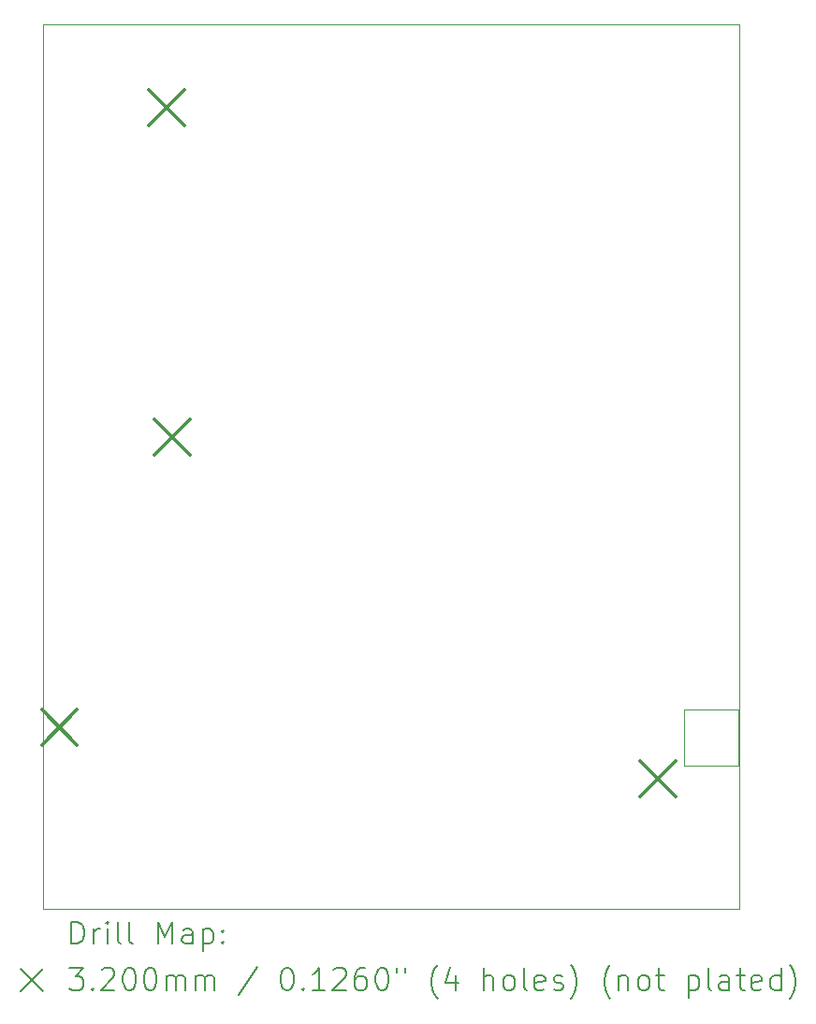
<source format=gbr>
%TF.GenerationSoftware,KiCad,Pcbnew,8.0.9-8.0.9-0~ubuntu22.04.1*%
%TF.CreationDate,2025-03-06T20:20:20+01:00*%
%TF.ProjectId,BrakeOutBoard,4272616b-654f-4757-9442-6f6172642e6b,rev?*%
%TF.SameCoordinates,Original*%
%TF.FileFunction,Drillmap*%
%TF.FilePolarity,Positive*%
%FSLAX45Y45*%
G04 Gerber Fmt 4.5, Leading zero omitted, Abs format (unit mm)*
G04 Created by KiCad (PCBNEW 8.0.9-8.0.9-0~ubuntu22.04.1) date 2025-03-06 20:20:20*
%MOMM*%
%LPD*%
G01*
G04 APERTURE LIST*
%ADD10C,0.050000*%
%ADD11C,0.200000*%
%ADD12C,0.320000*%
G04 APERTURE END LIST*
D10*
X12401160Y-7460320D02*
X18701160Y-7460320D01*
X18701160Y-15460320D01*
X12401160Y-15460320D01*
X12401160Y-7460320D01*
X18201160Y-13660320D02*
X18696160Y-13660320D01*
X18696160Y-14160320D01*
X18201160Y-14160320D01*
X18201160Y-13660320D01*
D11*
D12*
X12391160Y-13660320D02*
X12711160Y-13980320D01*
X12711160Y-13660320D02*
X12391160Y-13980320D01*
X13361160Y-8050320D02*
X13681160Y-8370320D01*
X13681160Y-8050320D02*
X13361160Y-8370320D01*
X13411160Y-11030320D02*
X13731160Y-11350320D01*
X13731160Y-11030320D02*
X13411160Y-11350320D01*
X17806160Y-14120320D02*
X18126160Y-14440320D01*
X18126160Y-14120320D02*
X17806160Y-14440320D01*
D11*
X12659437Y-15774304D02*
X12659437Y-15574304D01*
X12659437Y-15574304D02*
X12707056Y-15574304D01*
X12707056Y-15574304D02*
X12735627Y-15583828D01*
X12735627Y-15583828D02*
X12754675Y-15602875D01*
X12754675Y-15602875D02*
X12764199Y-15621923D01*
X12764199Y-15621923D02*
X12773722Y-15660018D01*
X12773722Y-15660018D02*
X12773722Y-15688589D01*
X12773722Y-15688589D02*
X12764199Y-15726685D01*
X12764199Y-15726685D02*
X12754675Y-15745732D01*
X12754675Y-15745732D02*
X12735627Y-15764780D01*
X12735627Y-15764780D02*
X12707056Y-15774304D01*
X12707056Y-15774304D02*
X12659437Y-15774304D01*
X12859437Y-15774304D02*
X12859437Y-15640970D01*
X12859437Y-15679066D02*
X12868961Y-15660018D01*
X12868961Y-15660018D02*
X12878484Y-15650494D01*
X12878484Y-15650494D02*
X12897532Y-15640970D01*
X12897532Y-15640970D02*
X12916580Y-15640970D01*
X12983246Y-15774304D02*
X12983246Y-15640970D01*
X12983246Y-15574304D02*
X12973722Y-15583828D01*
X12973722Y-15583828D02*
X12983246Y-15593351D01*
X12983246Y-15593351D02*
X12992770Y-15583828D01*
X12992770Y-15583828D02*
X12983246Y-15574304D01*
X12983246Y-15574304D02*
X12983246Y-15593351D01*
X13107056Y-15774304D02*
X13088008Y-15764780D01*
X13088008Y-15764780D02*
X13078484Y-15745732D01*
X13078484Y-15745732D02*
X13078484Y-15574304D01*
X13211818Y-15774304D02*
X13192770Y-15764780D01*
X13192770Y-15764780D02*
X13183246Y-15745732D01*
X13183246Y-15745732D02*
X13183246Y-15574304D01*
X13440389Y-15774304D02*
X13440389Y-15574304D01*
X13440389Y-15574304D02*
X13507056Y-15717161D01*
X13507056Y-15717161D02*
X13573722Y-15574304D01*
X13573722Y-15574304D02*
X13573722Y-15774304D01*
X13754675Y-15774304D02*
X13754675Y-15669542D01*
X13754675Y-15669542D02*
X13745151Y-15650494D01*
X13745151Y-15650494D02*
X13726103Y-15640970D01*
X13726103Y-15640970D02*
X13688008Y-15640970D01*
X13688008Y-15640970D02*
X13668961Y-15650494D01*
X13754675Y-15764780D02*
X13735627Y-15774304D01*
X13735627Y-15774304D02*
X13688008Y-15774304D01*
X13688008Y-15774304D02*
X13668961Y-15764780D01*
X13668961Y-15764780D02*
X13659437Y-15745732D01*
X13659437Y-15745732D02*
X13659437Y-15726685D01*
X13659437Y-15726685D02*
X13668961Y-15707637D01*
X13668961Y-15707637D02*
X13688008Y-15698113D01*
X13688008Y-15698113D02*
X13735627Y-15698113D01*
X13735627Y-15698113D02*
X13754675Y-15688589D01*
X13849913Y-15640970D02*
X13849913Y-15840970D01*
X13849913Y-15650494D02*
X13868961Y-15640970D01*
X13868961Y-15640970D02*
X13907056Y-15640970D01*
X13907056Y-15640970D02*
X13926103Y-15650494D01*
X13926103Y-15650494D02*
X13935627Y-15660018D01*
X13935627Y-15660018D02*
X13945151Y-15679066D01*
X13945151Y-15679066D02*
X13945151Y-15736208D01*
X13945151Y-15736208D02*
X13935627Y-15755256D01*
X13935627Y-15755256D02*
X13926103Y-15764780D01*
X13926103Y-15764780D02*
X13907056Y-15774304D01*
X13907056Y-15774304D02*
X13868961Y-15774304D01*
X13868961Y-15774304D02*
X13849913Y-15764780D01*
X14030865Y-15755256D02*
X14040389Y-15764780D01*
X14040389Y-15764780D02*
X14030865Y-15774304D01*
X14030865Y-15774304D02*
X14021342Y-15764780D01*
X14021342Y-15764780D02*
X14030865Y-15755256D01*
X14030865Y-15755256D02*
X14030865Y-15774304D01*
X14030865Y-15650494D02*
X14040389Y-15660018D01*
X14040389Y-15660018D02*
X14030865Y-15669542D01*
X14030865Y-15669542D02*
X14021342Y-15660018D01*
X14021342Y-15660018D02*
X14030865Y-15650494D01*
X14030865Y-15650494D02*
X14030865Y-15669542D01*
X12198660Y-16002820D02*
X12398660Y-16202820D01*
X12398660Y-16002820D02*
X12198660Y-16202820D01*
X12640389Y-15994304D02*
X12764199Y-15994304D01*
X12764199Y-15994304D02*
X12697532Y-16070494D01*
X12697532Y-16070494D02*
X12726103Y-16070494D01*
X12726103Y-16070494D02*
X12745151Y-16080018D01*
X12745151Y-16080018D02*
X12754675Y-16089542D01*
X12754675Y-16089542D02*
X12764199Y-16108589D01*
X12764199Y-16108589D02*
X12764199Y-16156208D01*
X12764199Y-16156208D02*
X12754675Y-16175256D01*
X12754675Y-16175256D02*
X12745151Y-16184780D01*
X12745151Y-16184780D02*
X12726103Y-16194304D01*
X12726103Y-16194304D02*
X12668961Y-16194304D01*
X12668961Y-16194304D02*
X12649913Y-16184780D01*
X12649913Y-16184780D02*
X12640389Y-16175256D01*
X12849913Y-16175256D02*
X12859437Y-16184780D01*
X12859437Y-16184780D02*
X12849913Y-16194304D01*
X12849913Y-16194304D02*
X12840389Y-16184780D01*
X12840389Y-16184780D02*
X12849913Y-16175256D01*
X12849913Y-16175256D02*
X12849913Y-16194304D01*
X12935627Y-16013351D02*
X12945151Y-16003828D01*
X12945151Y-16003828D02*
X12964199Y-15994304D01*
X12964199Y-15994304D02*
X13011818Y-15994304D01*
X13011818Y-15994304D02*
X13030865Y-16003828D01*
X13030865Y-16003828D02*
X13040389Y-16013351D01*
X13040389Y-16013351D02*
X13049913Y-16032399D01*
X13049913Y-16032399D02*
X13049913Y-16051447D01*
X13049913Y-16051447D02*
X13040389Y-16080018D01*
X13040389Y-16080018D02*
X12926103Y-16194304D01*
X12926103Y-16194304D02*
X13049913Y-16194304D01*
X13173722Y-15994304D02*
X13192770Y-15994304D01*
X13192770Y-15994304D02*
X13211818Y-16003828D01*
X13211818Y-16003828D02*
X13221342Y-16013351D01*
X13221342Y-16013351D02*
X13230865Y-16032399D01*
X13230865Y-16032399D02*
X13240389Y-16070494D01*
X13240389Y-16070494D02*
X13240389Y-16118113D01*
X13240389Y-16118113D02*
X13230865Y-16156208D01*
X13230865Y-16156208D02*
X13221342Y-16175256D01*
X13221342Y-16175256D02*
X13211818Y-16184780D01*
X13211818Y-16184780D02*
X13192770Y-16194304D01*
X13192770Y-16194304D02*
X13173722Y-16194304D01*
X13173722Y-16194304D02*
X13154675Y-16184780D01*
X13154675Y-16184780D02*
X13145151Y-16175256D01*
X13145151Y-16175256D02*
X13135627Y-16156208D01*
X13135627Y-16156208D02*
X13126103Y-16118113D01*
X13126103Y-16118113D02*
X13126103Y-16070494D01*
X13126103Y-16070494D02*
X13135627Y-16032399D01*
X13135627Y-16032399D02*
X13145151Y-16013351D01*
X13145151Y-16013351D02*
X13154675Y-16003828D01*
X13154675Y-16003828D02*
X13173722Y-15994304D01*
X13364199Y-15994304D02*
X13383246Y-15994304D01*
X13383246Y-15994304D02*
X13402294Y-16003828D01*
X13402294Y-16003828D02*
X13411818Y-16013351D01*
X13411818Y-16013351D02*
X13421342Y-16032399D01*
X13421342Y-16032399D02*
X13430865Y-16070494D01*
X13430865Y-16070494D02*
X13430865Y-16118113D01*
X13430865Y-16118113D02*
X13421342Y-16156208D01*
X13421342Y-16156208D02*
X13411818Y-16175256D01*
X13411818Y-16175256D02*
X13402294Y-16184780D01*
X13402294Y-16184780D02*
X13383246Y-16194304D01*
X13383246Y-16194304D02*
X13364199Y-16194304D01*
X13364199Y-16194304D02*
X13345151Y-16184780D01*
X13345151Y-16184780D02*
X13335627Y-16175256D01*
X13335627Y-16175256D02*
X13326103Y-16156208D01*
X13326103Y-16156208D02*
X13316580Y-16118113D01*
X13316580Y-16118113D02*
X13316580Y-16070494D01*
X13316580Y-16070494D02*
X13326103Y-16032399D01*
X13326103Y-16032399D02*
X13335627Y-16013351D01*
X13335627Y-16013351D02*
X13345151Y-16003828D01*
X13345151Y-16003828D02*
X13364199Y-15994304D01*
X13516580Y-16194304D02*
X13516580Y-16060970D01*
X13516580Y-16080018D02*
X13526103Y-16070494D01*
X13526103Y-16070494D02*
X13545151Y-16060970D01*
X13545151Y-16060970D02*
X13573723Y-16060970D01*
X13573723Y-16060970D02*
X13592770Y-16070494D01*
X13592770Y-16070494D02*
X13602294Y-16089542D01*
X13602294Y-16089542D02*
X13602294Y-16194304D01*
X13602294Y-16089542D02*
X13611818Y-16070494D01*
X13611818Y-16070494D02*
X13630865Y-16060970D01*
X13630865Y-16060970D02*
X13659437Y-16060970D01*
X13659437Y-16060970D02*
X13678484Y-16070494D01*
X13678484Y-16070494D02*
X13688008Y-16089542D01*
X13688008Y-16089542D02*
X13688008Y-16194304D01*
X13783246Y-16194304D02*
X13783246Y-16060970D01*
X13783246Y-16080018D02*
X13792770Y-16070494D01*
X13792770Y-16070494D02*
X13811818Y-16060970D01*
X13811818Y-16060970D02*
X13840389Y-16060970D01*
X13840389Y-16060970D02*
X13859437Y-16070494D01*
X13859437Y-16070494D02*
X13868961Y-16089542D01*
X13868961Y-16089542D02*
X13868961Y-16194304D01*
X13868961Y-16089542D02*
X13878484Y-16070494D01*
X13878484Y-16070494D02*
X13897532Y-16060970D01*
X13897532Y-16060970D02*
X13926103Y-16060970D01*
X13926103Y-16060970D02*
X13945151Y-16070494D01*
X13945151Y-16070494D02*
X13954675Y-16089542D01*
X13954675Y-16089542D02*
X13954675Y-16194304D01*
X14345151Y-15984780D02*
X14173723Y-16241923D01*
X14602294Y-15994304D02*
X14621342Y-15994304D01*
X14621342Y-15994304D02*
X14640389Y-16003828D01*
X14640389Y-16003828D02*
X14649913Y-16013351D01*
X14649913Y-16013351D02*
X14659437Y-16032399D01*
X14659437Y-16032399D02*
X14668961Y-16070494D01*
X14668961Y-16070494D02*
X14668961Y-16118113D01*
X14668961Y-16118113D02*
X14659437Y-16156208D01*
X14659437Y-16156208D02*
X14649913Y-16175256D01*
X14649913Y-16175256D02*
X14640389Y-16184780D01*
X14640389Y-16184780D02*
X14621342Y-16194304D01*
X14621342Y-16194304D02*
X14602294Y-16194304D01*
X14602294Y-16194304D02*
X14583246Y-16184780D01*
X14583246Y-16184780D02*
X14573723Y-16175256D01*
X14573723Y-16175256D02*
X14564199Y-16156208D01*
X14564199Y-16156208D02*
X14554675Y-16118113D01*
X14554675Y-16118113D02*
X14554675Y-16070494D01*
X14554675Y-16070494D02*
X14564199Y-16032399D01*
X14564199Y-16032399D02*
X14573723Y-16013351D01*
X14573723Y-16013351D02*
X14583246Y-16003828D01*
X14583246Y-16003828D02*
X14602294Y-15994304D01*
X14754675Y-16175256D02*
X14764199Y-16184780D01*
X14764199Y-16184780D02*
X14754675Y-16194304D01*
X14754675Y-16194304D02*
X14745151Y-16184780D01*
X14745151Y-16184780D02*
X14754675Y-16175256D01*
X14754675Y-16175256D02*
X14754675Y-16194304D01*
X14954675Y-16194304D02*
X14840389Y-16194304D01*
X14897532Y-16194304D02*
X14897532Y-15994304D01*
X14897532Y-15994304D02*
X14878485Y-16022875D01*
X14878485Y-16022875D02*
X14859437Y-16041923D01*
X14859437Y-16041923D02*
X14840389Y-16051447D01*
X15030866Y-16013351D02*
X15040389Y-16003828D01*
X15040389Y-16003828D02*
X15059437Y-15994304D01*
X15059437Y-15994304D02*
X15107056Y-15994304D01*
X15107056Y-15994304D02*
X15126104Y-16003828D01*
X15126104Y-16003828D02*
X15135627Y-16013351D01*
X15135627Y-16013351D02*
X15145151Y-16032399D01*
X15145151Y-16032399D02*
X15145151Y-16051447D01*
X15145151Y-16051447D02*
X15135627Y-16080018D01*
X15135627Y-16080018D02*
X15021342Y-16194304D01*
X15021342Y-16194304D02*
X15145151Y-16194304D01*
X15316580Y-15994304D02*
X15278485Y-15994304D01*
X15278485Y-15994304D02*
X15259437Y-16003828D01*
X15259437Y-16003828D02*
X15249913Y-16013351D01*
X15249913Y-16013351D02*
X15230866Y-16041923D01*
X15230866Y-16041923D02*
X15221342Y-16080018D01*
X15221342Y-16080018D02*
X15221342Y-16156208D01*
X15221342Y-16156208D02*
X15230866Y-16175256D01*
X15230866Y-16175256D02*
X15240389Y-16184780D01*
X15240389Y-16184780D02*
X15259437Y-16194304D01*
X15259437Y-16194304D02*
X15297532Y-16194304D01*
X15297532Y-16194304D02*
X15316580Y-16184780D01*
X15316580Y-16184780D02*
X15326104Y-16175256D01*
X15326104Y-16175256D02*
X15335627Y-16156208D01*
X15335627Y-16156208D02*
X15335627Y-16108589D01*
X15335627Y-16108589D02*
X15326104Y-16089542D01*
X15326104Y-16089542D02*
X15316580Y-16080018D01*
X15316580Y-16080018D02*
X15297532Y-16070494D01*
X15297532Y-16070494D02*
X15259437Y-16070494D01*
X15259437Y-16070494D02*
X15240389Y-16080018D01*
X15240389Y-16080018D02*
X15230866Y-16089542D01*
X15230866Y-16089542D02*
X15221342Y-16108589D01*
X15459437Y-15994304D02*
X15478485Y-15994304D01*
X15478485Y-15994304D02*
X15497532Y-16003828D01*
X15497532Y-16003828D02*
X15507056Y-16013351D01*
X15507056Y-16013351D02*
X15516580Y-16032399D01*
X15516580Y-16032399D02*
X15526104Y-16070494D01*
X15526104Y-16070494D02*
X15526104Y-16118113D01*
X15526104Y-16118113D02*
X15516580Y-16156208D01*
X15516580Y-16156208D02*
X15507056Y-16175256D01*
X15507056Y-16175256D02*
X15497532Y-16184780D01*
X15497532Y-16184780D02*
X15478485Y-16194304D01*
X15478485Y-16194304D02*
X15459437Y-16194304D01*
X15459437Y-16194304D02*
X15440389Y-16184780D01*
X15440389Y-16184780D02*
X15430866Y-16175256D01*
X15430866Y-16175256D02*
X15421342Y-16156208D01*
X15421342Y-16156208D02*
X15411818Y-16118113D01*
X15411818Y-16118113D02*
X15411818Y-16070494D01*
X15411818Y-16070494D02*
X15421342Y-16032399D01*
X15421342Y-16032399D02*
X15430866Y-16013351D01*
X15430866Y-16013351D02*
X15440389Y-16003828D01*
X15440389Y-16003828D02*
X15459437Y-15994304D01*
X15602294Y-15994304D02*
X15602294Y-16032399D01*
X15678485Y-15994304D02*
X15678485Y-16032399D01*
X15973723Y-16270494D02*
X15964199Y-16260970D01*
X15964199Y-16260970D02*
X15945151Y-16232399D01*
X15945151Y-16232399D02*
X15935628Y-16213351D01*
X15935628Y-16213351D02*
X15926104Y-16184780D01*
X15926104Y-16184780D02*
X15916580Y-16137161D01*
X15916580Y-16137161D02*
X15916580Y-16099066D01*
X15916580Y-16099066D02*
X15926104Y-16051447D01*
X15926104Y-16051447D02*
X15935628Y-16022875D01*
X15935628Y-16022875D02*
X15945151Y-16003828D01*
X15945151Y-16003828D02*
X15964199Y-15975256D01*
X15964199Y-15975256D02*
X15973723Y-15965732D01*
X16135628Y-16060970D02*
X16135628Y-16194304D01*
X16088008Y-15984780D02*
X16040389Y-16127637D01*
X16040389Y-16127637D02*
X16164199Y-16127637D01*
X16392770Y-16194304D02*
X16392770Y-15994304D01*
X16478485Y-16194304D02*
X16478485Y-16089542D01*
X16478485Y-16089542D02*
X16468961Y-16070494D01*
X16468961Y-16070494D02*
X16449913Y-16060970D01*
X16449913Y-16060970D02*
X16421342Y-16060970D01*
X16421342Y-16060970D02*
X16402294Y-16070494D01*
X16402294Y-16070494D02*
X16392770Y-16080018D01*
X16602294Y-16194304D02*
X16583247Y-16184780D01*
X16583247Y-16184780D02*
X16573723Y-16175256D01*
X16573723Y-16175256D02*
X16564199Y-16156208D01*
X16564199Y-16156208D02*
X16564199Y-16099066D01*
X16564199Y-16099066D02*
X16573723Y-16080018D01*
X16573723Y-16080018D02*
X16583247Y-16070494D01*
X16583247Y-16070494D02*
X16602294Y-16060970D01*
X16602294Y-16060970D02*
X16630866Y-16060970D01*
X16630866Y-16060970D02*
X16649913Y-16070494D01*
X16649913Y-16070494D02*
X16659437Y-16080018D01*
X16659437Y-16080018D02*
X16668961Y-16099066D01*
X16668961Y-16099066D02*
X16668961Y-16156208D01*
X16668961Y-16156208D02*
X16659437Y-16175256D01*
X16659437Y-16175256D02*
X16649913Y-16184780D01*
X16649913Y-16184780D02*
X16630866Y-16194304D01*
X16630866Y-16194304D02*
X16602294Y-16194304D01*
X16783247Y-16194304D02*
X16764199Y-16184780D01*
X16764199Y-16184780D02*
X16754675Y-16165732D01*
X16754675Y-16165732D02*
X16754675Y-15994304D01*
X16935628Y-16184780D02*
X16916580Y-16194304D01*
X16916580Y-16194304D02*
X16878485Y-16194304D01*
X16878485Y-16194304D02*
X16859437Y-16184780D01*
X16859437Y-16184780D02*
X16849913Y-16165732D01*
X16849913Y-16165732D02*
X16849913Y-16089542D01*
X16849913Y-16089542D02*
X16859437Y-16070494D01*
X16859437Y-16070494D02*
X16878485Y-16060970D01*
X16878485Y-16060970D02*
X16916580Y-16060970D01*
X16916580Y-16060970D02*
X16935628Y-16070494D01*
X16935628Y-16070494D02*
X16945152Y-16089542D01*
X16945152Y-16089542D02*
X16945152Y-16108589D01*
X16945152Y-16108589D02*
X16849913Y-16127637D01*
X17021342Y-16184780D02*
X17040390Y-16194304D01*
X17040390Y-16194304D02*
X17078485Y-16194304D01*
X17078485Y-16194304D02*
X17097533Y-16184780D01*
X17097533Y-16184780D02*
X17107056Y-16165732D01*
X17107056Y-16165732D02*
X17107056Y-16156208D01*
X17107056Y-16156208D02*
X17097533Y-16137161D01*
X17097533Y-16137161D02*
X17078485Y-16127637D01*
X17078485Y-16127637D02*
X17049913Y-16127637D01*
X17049913Y-16127637D02*
X17030866Y-16118113D01*
X17030866Y-16118113D02*
X17021342Y-16099066D01*
X17021342Y-16099066D02*
X17021342Y-16089542D01*
X17021342Y-16089542D02*
X17030866Y-16070494D01*
X17030866Y-16070494D02*
X17049913Y-16060970D01*
X17049913Y-16060970D02*
X17078485Y-16060970D01*
X17078485Y-16060970D02*
X17097533Y-16070494D01*
X17173723Y-16270494D02*
X17183247Y-16260970D01*
X17183247Y-16260970D02*
X17202294Y-16232399D01*
X17202294Y-16232399D02*
X17211818Y-16213351D01*
X17211818Y-16213351D02*
X17221342Y-16184780D01*
X17221342Y-16184780D02*
X17230866Y-16137161D01*
X17230866Y-16137161D02*
X17230866Y-16099066D01*
X17230866Y-16099066D02*
X17221342Y-16051447D01*
X17221342Y-16051447D02*
X17211818Y-16022875D01*
X17211818Y-16022875D02*
X17202294Y-16003828D01*
X17202294Y-16003828D02*
X17183247Y-15975256D01*
X17183247Y-15975256D02*
X17173723Y-15965732D01*
X17535628Y-16270494D02*
X17526104Y-16260970D01*
X17526104Y-16260970D02*
X17507056Y-16232399D01*
X17507056Y-16232399D02*
X17497533Y-16213351D01*
X17497533Y-16213351D02*
X17488009Y-16184780D01*
X17488009Y-16184780D02*
X17478485Y-16137161D01*
X17478485Y-16137161D02*
X17478485Y-16099066D01*
X17478485Y-16099066D02*
X17488009Y-16051447D01*
X17488009Y-16051447D02*
X17497533Y-16022875D01*
X17497533Y-16022875D02*
X17507056Y-16003828D01*
X17507056Y-16003828D02*
X17526104Y-15975256D01*
X17526104Y-15975256D02*
X17535628Y-15965732D01*
X17611818Y-16060970D02*
X17611818Y-16194304D01*
X17611818Y-16080018D02*
X17621342Y-16070494D01*
X17621342Y-16070494D02*
X17640390Y-16060970D01*
X17640390Y-16060970D02*
X17668961Y-16060970D01*
X17668961Y-16060970D02*
X17688009Y-16070494D01*
X17688009Y-16070494D02*
X17697533Y-16089542D01*
X17697533Y-16089542D02*
X17697533Y-16194304D01*
X17821342Y-16194304D02*
X17802294Y-16184780D01*
X17802294Y-16184780D02*
X17792771Y-16175256D01*
X17792771Y-16175256D02*
X17783247Y-16156208D01*
X17783247Y-16156208D02*
X17783247Y-16099066D01*
X17783247Y-16099066D02*
X17792771Y-16080018D01*
X17792771Y-16080018D02*
X17802294Y-16070494D01*
X17802294Y-16070494D02*
X17821342Y-16060970D01*
X17821342Y-16060970D02*
X17849914Y-16060970D01*
X17849914Y-16060970D02*
X17868961Y-16070494D01*
X17868961Y-16070494D02*
X17878485Y-16080018D01*
X17878485Y-16080018D02*
X17888009Y-16099066D01*
X17888009Y-16099066D02*
X17888009Y-16156208D01*
X17888009Y-16156208D02*
X17878485Y-16175256D01*
X17878485Y-16175256D02*
X17868961Y-16184780D01*
X17868961Y-16184780D02*
X17849914Y-16194304D01*
X17849914Y-16194304D02*
X17821342Y-16194304D01*
X17945152Y-16060970D02*
X18021342Y-16060970D01*
X17973723Y-15994304D02*
X17973723Y-16165732D01*
X17973723Y-16165732D02*
X17983247Y-16184780D01*
X17983247Y-16184780D02*
X18002294Y-16194304D01*
X18002294Y-16194304D02*
X18021342Y-16194304D01*
X18240390Y-16060970D02*
X18240390Y-16260970D01*
X18240390Y-16070494D02*
X18259437Y-16060970D01*
X18259437Y-16060970D02*
X18297533Y-16060970D01*
X18297533Y-16060970D02*
X18316580Y-16070494D01*
X18316580Y-16070494D02*
X18326104Y-16080018D01*
X18326104Y-16080018D02*
X18335628Y-16099066D01*
X18335628Y-16099066D02*
X18335628Y-16156208D01*
X18335628Y-16156208D02*
X18326104Y-16175256D01*
X18326104Y-16175256D02*
X18316580Y-16184780D01*
X18316580Y-16184780D02*
X18297533Y-16194304D01*
X18297533Y-16194304D02*
X18259437Y-16194304D01*
X18259437Y-16194304D02*
X18240390Y-16184780D01*
X18449914Y-16194304D02*
X18430866Y-16184780D01*
X18430866Y-16184780D02*
X18421342Y-16165732D01*
X18421342Y-16165732D02*
X18421342Y-15994304D01*
X18611818Y-16194304D02*
X18611818Y-16089542D01*
X18611818Y-16089542D02*
X18602295Y-16070494D01*
X18602295Y-16070494D02*
X18583247Y-16060970D01*
X18583247Y-16060970D02*
X18545152Y-16060970D01*
X18545152Y-16060970D02*
X18526104Y-16070494D01*
X18611818Y-16184780D02*
X18592771Y-16194304D01*
X18592771Y-16194304D02*
X18545152Y-16194304D01*
X18545152Y-16194304D02*
X18526104Y-16184780D01*
X18526104Y-16184780D02*
X18516580Y-16165732D01*
X18516580Y-16165732D02*
X18516580Y-16146685D01*
X18516580Y-16146685D02*
X18526104Y-16127637D01*
X18526104Y-16127637D02*
X18545152Y-16118113D01*
X18545152Y-16118113D02*
X18592771Y-16118113D01*
X18592771Y-16118113D02*
X18611818Y-16108589D01*
X18678485Y-16060970D02*
X18754675Y-16060970D01*
X18707056Y-15994304D02*
X18707056Y-16165732D01*
X18707056Y-16165732D02*
X18716580Y-16184780D01*
X18716580Y-16184780D02*
X18735628Y-16194304D01*
X18735628Y-16194304D02*
X18754675Y-16194304D01*
X18897533Y-16184780D02*
X18878485Y-16194304D01*
X18878485Y-16194304D02*
X18840390Y-16194304D01*
X18840390Y-16194304D02*
X18821342Y-16184780D01*
X18821342Y-16184780D02*
X18811818Y-16165732D01*
X18811818Y-16165732D02*
X18811818Y-16089542D01*
X18811818Y-16089542D02*
X18821342Y-16070494D01*
X18821342Y-16070494D02*
X18840390Y-16060970D01*
X18840390Y-16060970D02*
X18878485Y-16060970D01*
X18878485Y-16060970D02*
X18897533Y-16070494D01*
X18897533Y-16070494D02*
X18907056Y-16089542D01*
X18907056Y-16089542D02*
X18907056Y-16108589D01*
X18907056Y-16108589D02*
X18811818Y-16127637D01*
X19078485Y-16194304D02*
X19078485Y-15994304D01*
X19078485Y-16184780D02*
X19059437Y-16194304D01*
X19059437Y-16194304D02*
X19021342Y-16194304D01*
X19021342Y-16194304D02*
X19002295Y-16184780D01*
X19002295Y-16184780D02*
X18992771Y-16175256D01*
X18992771Y-16175256D02*
X18983247Y-16156208D01*
X18983247Y-16156208D02*
X18983247Y-16099066D01*
X18983247Y-16099066D02*
X18992771Y-16080018D01*
X18992771Y-16080018D02*
X19002295Y-16070494D01*
X19002295Y-16070494D02*
X19021342Y-16060970D01*
X19021342Y-16060970D02*
X19059437Y-16060970D01*
X19059437Y-16060970D02*
X19078485Y-16070494D01*
X19154676Y-16270494D02*
X19164199Y-16260970D01*
X19164199Y-16260970D02*
X19183247Y-16232399D01*
X19183247Y-16232399D02*
X19192771Y-16213351D01*
X19192771Y-16213351D02*
X19202295Y-16184780D01*
X19202295Y-16184780D02*
X19211818Y-16137161D01*
X19211818Y-16137161D02*
X19211818Y-16099066D01*
X19211818Y-16099066D02*
X19202295Y-16051447D01*
X19202295Y-16051447D02*
X19192771Y-16022875D01*
X19192771Y-16022875D02*
X19183247Y-16003828D01*
X19183247Y-16003828D02*
X19164199Y-15975256D01*
X19164199Y-15975256D02*
X19154676Y-15965732D01*
M02*

</source>
